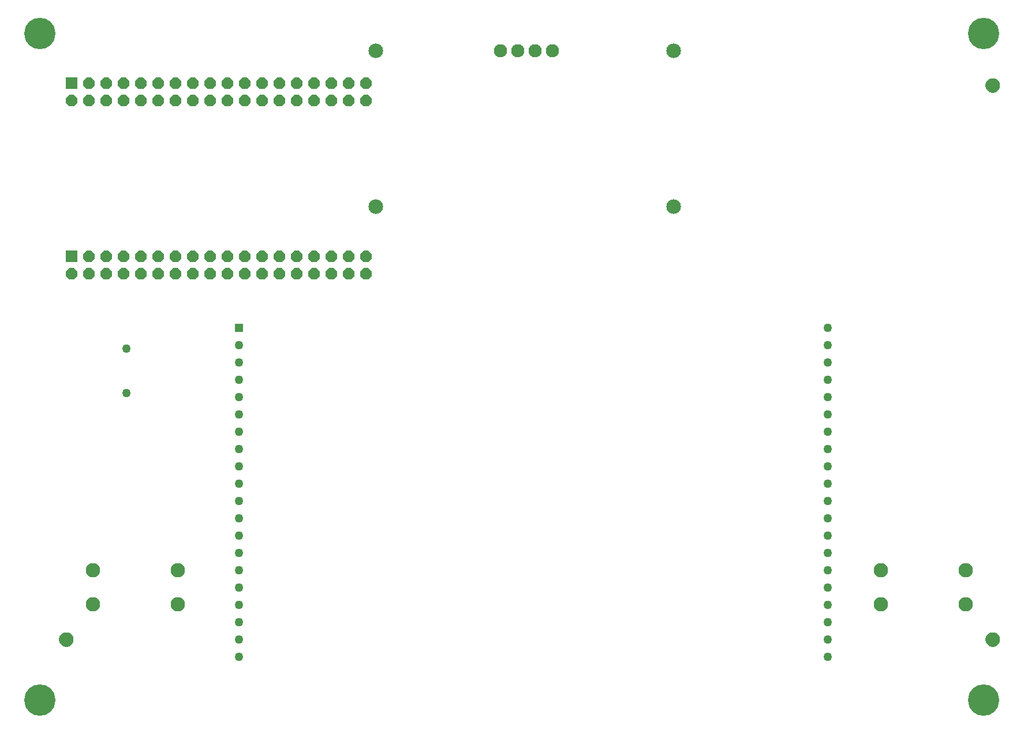
<source format=gbr>
G04 EAGLE Gerber RS-274X export*
G75*
%MOMM*%
%FSLAX34Y34*%
%LPD*%
%INSoldermask Bottom*%
%IPPOS*%
%AMOC8*
5,1,8,0,0,1.08239X$1,22.5*%
G01*
%ADD10C,2.152400*%
%ADD11C,1.930400*%
%ADD12C,1.272400*%
%ADD13C,0.609600*%
%ADD14C,1.168400*%
%ADD15C,4.597400*%
%ADD16R,1.676400X1.676400*%
%ADD17P,1.814519X8X22.500000*%
%ADD18C,2.112400*%
%ADD19R,1.272400X1.272400*%


D10*
X530860Y774700D03*
X967740Y774700D03*
X530860Y1003300D03*
X967740Y1003300D03*
D11*
X789940Y1003300D03*
X764540Y1003300D03*
X739140Y1003300D03*
X713740Y1003300D03*
D12*
X165100Y500900D03*
X165100Y565900D03*
D13*
X68580Y139700D02*
X68582Y139887D01*
X68589Y140074D01*
X68601Y140261D01*
X68617Y140447D01*
X68637Y140633D01*
X68662Y140818D01*
X68692Y141003D01*
X68726Y141187D01*
X68765Y141370D01*
X68808Y141552D01*
X68856Y141732D01*
X68908Y141912D01*
X68965Y142090D01*
X69025Y142267D01*
X69091Y142442D01*
X69160Y142616D01*
X69234Y142788D01*
X69312Y142958D01*
X69394Y143126D01*
X69480Y143292D01*
X69570Y143456D01*
X69664Y143617D01*
X69762Y143777D01*
X69864Y143933D01*
X69970Y144088D01*
X70080Y144239D01*
X70193Y144388D01*
X70310Y144534D01*
X70430Y144677D01*
X70554Y144817D01*
X70681Y144954D01*
X70812Y145088D01*
X70946Y145219D01*
X71083Y145346D01*
X71223Y145470D01*
X71366Y145590D01*
X71512Y145707D01*
X71661Y145820D01*
X71812Y145930D01*
X71967Y146036D01*
X72123Y146138D01*
X72283Y146236D01*
X72444Y146330D01*
X72608Y146420D01*
X72774Y146506D01*
X72942Y146588D01*
X73112Y146666D01*
X73284Y146740D01*
X73458Y146809D01*
X73633Y146875D01*
X73810Y146935D01*
X73988Y146992D01*
X74168Y147044D01*
X74348Y147092D01*
X74530Y147135D01*
X74713Y147174D01*
X74897Y147208D01*
X75082Y147238D01*
X75267Y147263D01*
X75453Y147283D01*
X75639Y147299D01*
X75826Y147311D01*
X76013Y147318D01*
X76200Y147320D01*
X76387Y147318D01*
X76574Y147311D01*
X76761Y147299D01*
X76947Y147283D01*
X77133Y147263D01*
X77318Y147238D01*
X77503Y147208D01*
X77687Y147174D01*
X77870Y147135D01*
X78052Y147092D01*
X78232Y147044D01*
X78412Y146992D01*
X78590Y146935D01*
X78767Y146875D01*
X78942Y146809D01*
X79116Y146740D01*
X79288Y146666D01*
X79458Y146588D01*
X79626Y146506D01*
X79792Y146420D01*
X79956Y146330D01*
X80117Y146236D01*
X80277Y146138D01*
X80433Y146036D01*
X80588Y145930D01*
X80739Y145820D01*
X80888Y145707D01*
X81034Y145590D01*
X81177Y145470D01*
X81317Y145346D01*
X81454Y145219D01*
X81588Y145088D01*
X81719Y144954D01*
X81846Y144817D01*
X81970Y144677D01*
X82090Y144534D01*
X82207Y144388D01*
X82320Y144239D01*
X82430Y144088D01*
X82536Y143933D01*
X82638Y143777D01*
X82736Y143617D01*
X82830Y143456D01*
X82920Y143292D01*
X83006Y143126D01*
X83088Y142958D01*
X83166Y142788D01*
X83240Y142616D01*
X83309Y142442D01*
X83375Y142267D01*
X83435Y142090D01*
X83492Y141912D01*
X83544Y141732D01*
X83592Y141552D01*
X83635Y141370D01*
X83674Y141187D01*
X83708Y141003D01*
X83738Y140818D01*
X83763Y140633D01*
X83783Y140447D01*
X83799Y140261D01*
X83811Y140074D01*
X83818Y139887D01*
X83820Y139700D01*
X83818Y139513D01*
X83811Y139326D01*
X83799Y139139D01*
X83783Y138953D01*
X83763Y138767D01*
X83738Y138582D01*
X83708Y138397D01*
X83674Y138213D01*
X83635Y138030D01*
X83592Y137848D01*
X83544Y137668D01*
X83492Y137488D01*
X83435Y137310D01*
X83375Y137133D01*
X83309Y136958D01*
X83240Y136784D01*
X83166Y136612D01*
X83088Y136442D01*
X83006Y136274D01*
X82920Y136108D01*
X82830Y135944D01*
X82736Y135783D01*
X82638Y135623D01*
X82536Y135467D01*
X82430Y135312D01*
X82320Y135161D01*
X82207Y135012D01*
X82090Y134866D01*
X81970Y134723D01*
X81846Y134583D01*
X81719Y134446D01*
X81588Y134312D01*
X81454Y134181D01*
X81317Y134054D01*
X81177Y133930D01*
X81034Y133810D01*
X80888Y133693D01*
X80739Y133580D01*
X80588Y133470D01*
X80433Y133364D01*
X80277Y133262D01*
X80117Y133164D01*
X79956Y133070D01*
X79792Y132980D01*
X79626Y132894D01*
X79458Y132812D01*
X79288Y132734D01*
X79116Y132660D01*
X78942Y132591D01*
X78767Y132525D01*
X78590Y132465D01*
X78412Y132408D01*
X78232Y132356D01*
X78052Y132308D01*
X77870Y132265D01*
X77687Y132226D01*
X77503Y132192D01*
X77318Y132162D01*
X77133Y132137D01*
X76947Y132117D01*
X76761Y132101D01*
X76574Y132089D01*
X76387Y132082D01*
X76200Y132080D01*
X76013Y132082D01*
X75826Y132089D01*
X75639Y132101D01*
X75453Y132117D01*
X75267Y132137D01*
X75082Y132162D01*
X74897Y132192D01*
X74713Y132226D01*
X74530Y132265D01*
X74348Y132308D01*
X74168Y132356D01*
X73988Y132408D01*
X73810Y132465D01*
X73633Y132525D01*
X73458Y132591D01*
X73284Y132660D01*
X73112Y132734D01*
X72942Y132812D01*
X72774Y132894D01*
X72608Y132980D01*
X72444Y133070D01*
X72283Y133164D01*
X72123Y133262D01*
X71967Y133364D01*
X71812Y133470D01*
X71661Y133580D01*
X71512Y133693D01*
X71366Y133810D01*
X71223Y133930D01*
X71083Y134054D01*
X70946Y134181D01*
X70812Y134312D01*
X70681Y134446D01*
X70554Y134583D01*
X70430Y134723D01*
X70310Y134866D01*
X70193Y135012D01*
X70080Y135161D01*
X69970Y135312D01*
X69864Y135467D01*
X69762Y135623D01*
X69664Y135783D01*
X69570Y135944D01*
X69480Y136108D01*
X69394Y136274D01*
X69312Y136442D01*
X69234Y136612D01*
X69160Y136784D01*
X69091Y136958D01*
X69025Y137133D01*
X68965Y137310D01*
X68908Y137488D01*
X68856Y137668D01*
X68808Y137848D01*
X68765Y138030D01*
X68726Y138213D01*
X68692Y138397D01*
X68662Y138582D01*
X68637Y138767D01*
X68617Y138953D01*
X68601Y139139D01*
X68589Y139326D01*
X68582Y139513D01*
X68580Y139700D01*
D14*
X76200Y139700D03*
D13*
X1427480Y139700D02*
X1427482Y139887D01*
X1427489Y140074D01*
X1427501Y140261D01*
X1427517Y140447D01*
X1427537Y140633D01*
X1427562Y140818D01*
X1427592Y141003D01*
X1427626Y141187D01*
X1427665Y141370D01*
X1427708Y141552D01*
X1427756Y141732D01*
X1427808Y141912D01*
X1427865Y142090D01*
X1427925Y142267D01*
X1427991Y142442D01*
X1428060Y142616D01*
X1428134Y142788D01*
X1428212Y142958D01*
X1428294Y143126D01*
X1428380Y143292D01*
X1428470Y143456D01*
X1428564Y143617D01*
X1428662Y143777D01*
X1428764Y143933D01*
X1428870Y144088D01*
X1428980Y144239D01*
X1429093Y144388D01*
X1429210Y144534D01*
X1429330Y144677D01*
X1429454Y144817D01*
X1429581Y144954D01*
X1429712Y145088D01*
X1429846Y145219D01*
X1429983Y145346D01*
X1430123Y145470D01*
X1430266Y145590D01*
X1430412Y145707D01*
X1430561Y145820D01*
X1430712Y145930D01*
X1430867Y146036D01*
X1431023Y146138D01*
X1431183Y146236D01*
X1431344Y146330D01*
X1431508Y146420D01*
X1431674Y146506D01*
X1431842Y146588D01*
X1432012Y146666D01*
X1432184Y146740D01*
X1432358Y146809D01*
X1432533Y146875D01*
X1432710Y146935D01*
X1432888Y146992D01*
X1433068Y147044D01*
X1433248Y147092D01*
X1433430Y147135D01*
X1433613Y147174D01*
X1433797Y147208D01*
X1433982Y147238D01*
X1434167Y147263D01*
X1434353Y147283D01*
X1434539Y147299D01*
X1434726Y147311D01*
X1434913Y147318D01*
X1435100Y147320D01*
X1435287Y147318D01*
X1435474Y147311D01*
X1435661Y147299D01*
X1435847Y147283D01*
X1436033Y147263D01*
X1436218Y147238D01*
X1436403Y147208D01*
X1436587Y147174D01*
X1436770Y147135D01*
X1436952Y147092D01*
X1437132Y147044D01*
X1437312Y146992D01*
X1437490Y146935D01*
X1437667Y146875D01*
X1437842Y146809D01*
X1438016Y146740D01*
X1438188Y146666D01*
X1438358Y146588D01*
X1438526Y146506D01*
X1438692Y146420D01*
X1438856Y146330D01*
X1439017Y146236D01*
X1439177Y146138D01*
X1439333Y146036D01*
X1439488Y145930D01*
X1439639Y145820D01*
X1439788Y145707D01*
X1439934Y145590D01*
X1440077Y145470D01*
X1440217Y145346D01*
X1440354Y145219D01*
X1440488Y145088D01*
X1440619Y144954D01*
X1440746Y144817D01*
X1440870Y144677D01*
X1440990Y144534D01*
X1441107Y144388D01*
X1441220Y144239D01*
X1441330Y144088D01*
X1441436Y143933D01*
X1441538Y143777D01*
X1441636Y143617D01*
X1441730Y143456D01*
X1441820Y143292D01*
X1441906Y143126D01*
X1441988Y142958D01*
X1442066Y142788D01*
X1442140Y142616D01*
X1442209Y142442D01*
X1442275Y142267D01*
X1442335Y142090D01*
X1442392Y141912D01*
X1442444Y141732D01*
X1442492Y141552D01*
X1442535Y141370D01*
X1442574Y141187D01*
X1442608Y141003D01*
X1442638Y140818D01*
X1442663Y140633D01*
X1442683Y140447D01*
X1442699Y140261D01*
X1442711Y140074D01*
X1442718Y139887D01*
X1442720Y139700D01*
X1442718Y139513D01*
X1442711Y139326D01*
X1442699Y139139D01*
X1442683Y138953D01*
X1442663Y138767D01*
X1442638Y138582D01*
X1442608Y138397D01*
X1442574Y138213D01*
X1442535Y138030D01*
X1442492Y137848D01*
X1442444Y137668D01*
X1442392Y137488D01*
X1442335Y137310D01*
X1442275Y137133D01*
X1442209Y136958D01*
X1442140Y136784D01*
X1442066Y136612D01*
X1441988Y136442D01*
X1441906Y136274D01*
X1441820Y136108D01*
X1441730Y135944D01*
X1441636Y135783D01*
X1441538Y135623D01*
X1441436Y135467D01*
X1441330Y135312D01*
X1441220Y135161D01*
X1441107Y135012D01*
X1440990Y134866D01*
X1440870Y134723D01*
X1440746Y134583D01*
X1440619Y134446D01*
X1440488Y134312D01*
X1440354Y134181D01*
X1440217Y134054D01*
X1440077Y133930D01*
X1439934Y133810D01*
X1439788Y133693D01*
X1439639Y133580D01*
X1439488Y133470D01*
X1439333Y133364D01*
X1439177Y133262D01*
X1439017Y133164D01*
X1438856Y133070D01*
X1438692Y132980D01*
X1438526Y132894D01*
X1438358Y132812D01*
X1438188Y132734D01*
X1438016Y132660D01*
X1437842Y132591D01*
X1437667Y132525D01*
X1437490Y132465D01*
X1437312Y132408D01*
X1437132Y132356D01*
X1436952Y132308D01*
X1436770Y132265D01*
X1436587Y132226D01*
X1436403Y132192D01*
X1436218Y132162D01*
X1436033Y132137D01*
X1435847Y132117D01*
X1435661Y132101D01*
X1435474Y132089D01*
X1435287Y132082D01*
X1435100Y132080D01*
X1434913Y132082D01*
X1434726Y132089D01*
X1434539Y132101D01*
X1434353Y132117D01*
X1434167Y132137D01*
X1433982Y132162D01*
X1433797Y132192D01*
X1433613Y132226D01*
X1433430Y132265D01*
X1433248Y132308D01*
X1433068Y132356D01*
X1432888Y132408D01*
X1432710Y132465D01*
X1432533Y132525D01*
X1432358Y132591D01*
X1432184Y132660D01*
X1432012Y132734D01*
X1431842Y132812D01*
X1431674Y132894D01*
X1431508Y132980D01*
X1431344Y133070D01*
X1431183Y133164D01*
X1431023Y133262D01*
X1430867Y133364D01*
X1430712Y133470D01*
X1430561Y133580D01*
X1430412Y133693D01*
X1430266Y133810D01*
X1430123Y133930D01*
X1429983Y134054D01*
X1429846Y134181D01*
X1429712Y134312D01*
X1429581Y134446D01*
X1429454Y134583D01*
X1429330Y134723D01*
X1429210Y134866D01*
X1429093Y135012D01*
X1428980Y135161D01*
X1428870Y135312D01*
X1428764Y135467D01*
X1428662Y135623D01*
X1428564Y135783D01*
X1428470Y135944D01*
X1428380Y136108D01*
X1428294Y136274D01*
X1428212Y136442D01*
X1428134Y136612D01*
X1428060Y136784D01*
X1427991Y136958D01*
X1427925Y137133D01*
X1427865Y137310D01*
X1427808Y137488D01*
X1427756Y137668D01*
X1427708Y137848D01*
X1427665Y138030D01*
X1427626Y138213D01*
X1427592Y138397D01*
X1427562Y138582D01*
X1427537Y138767D01*
X1427517Y138953D01*
X1427501Y139139D01*
X1427489Y139326D01*
X1427482Y139513D01*
X1427480Y139700D01*
D14*
X1435100Y139700D03*
D13*
X1427480Y952500D02*
X1427482Y952687D01*
X1427489Y952874D01*
X1427501Y953061D01*
X1427517Y953247D01*
X1427537Y953433D01*
X1427562Y953618D01*
X1427592Y953803D01*
X1427626Y953987D01*
X1427665Y954170D01*
X1427708Y954352D01*
X1427756Y954532D01*
X1427808Y954712D01*
X1427865Y954890D01*
X1427925Y955067D01*
X1427991Y955242D01*
X1428060Y955416D01*
X1428134Y955588D01*
X1428212Y955758D01*
X1428294Y955926D01*
X1428380Y956092D01*
X1428470Y956256D01*
X1428564Y956417D01*
X1428662Y956577D01*
X1428764Y956733D01*
X1428870Y956888D01*
X1428980Y957039D01*
X1429093Y957188D01*
X1429210Y957334D01*
X1429330Y957477D01*
X1429454Y957617D01*
X1429581Y957754D01*
X1429712Y957888D01*
X1429846Y958019D01*
X1429983Y958146D01*
X1430123Y958270D01*
X1430266Y958390D01*
X1430412Y958507D01*
X1430561Y958620D01*
X1430712Y958730D01*
X1430867Y958836D01*
X1431023Y958938D01*
X1431183Y959036D01*
X1431344Y959130D01*
X1431508Y959220D01*
X1431674Y959306D01*
X1431842Y959388D01*
X1432012Y959466D01*
X1432184Y959540D01*
X1432358Y959609D01*
X1432533Y959675D01*
X1432710Y959735D01*
X1432888Y959792D01*
X1433068Y959844D01*
X1433248Y959892D01*
X1433430Y959935D01*
X1433613Y959974D01*
X1433797Y960008D01*
X1433982Y960038D01*
X1434167Y960063D01*
X1434353Y960083D01*
X1434539Y960099D01*
X1434726Y960111D01*
X1434913Y960118D01*
X1435100Y960120D01*
X1435287Y960118D01*
X1435474Y960111D01*
X1435661Y960099D01*
X1435847Y960083D01*
X1436033Y960063D01*
X1436218Y960038D01*
X1436403Y960008D01*
X1436587Y959974D01*
X1436770Y959935D01*
X1436952Y959892D01*
X1437132Y959844D01*
X1437312Y959792D01*
X1437490Y959735D01*
X1437667Y959675D01*
X1437842Y959609D01*
X1438016Y959540D01*
X1438188Y959466D01*
X1438358Y959388D01*
X1438526Y959306D01*
X1438692Y959220D01*
X1438856Y959130D01*
X1439017Y959036D01*
X1439177Y958938D01*
X1439333Y958836D01*
X1439488Y958730D01*
X1439639Y958620D01*
X1439788Y958507D01*
X1439934Y958390D01*
X1440077Y958270D01*
X1440217Y958146D01*
X1440354Y958019D01*
X1440488Y957888D01*
X1440619Y957754D01*
X1440746Y957617D01*
X1440870Y957477D01*
X1440990Y957334D01*
X1441107Y957188D01*
X1441220Y957039D01*
X1441330Y956888D01*
X1441436Y956733D01*
X1441538Y956577D01*
X1441636Y956417D01*
X1441730Y956256D01*
X1441820Y956092D01*
X1441906Y955926D01*
X1441988Y955758D01*
X1442066Y955588D01*
X1442140Y955416D01*
X1442209Y955242D01*
X1442275Y955067D01*
X1442335Y954890D01*
X1442392Y954712D01*
X1442444Y954532D01*
X1442492Y954352D01*
X1442535Y954170D01*
X1442574Y953987D01*
X1442608Y953803D01*
X1442638Y953618D01*
X1442663Y953433D01*
X1442683Y953247D01*
X1442699Y953061D01*
X1442711Y952874D01*
X1442718Y952687D01*
X1442720Y952500D01*
X1442718Y952313D01*
X1442711Y952126D01*
X1442699Y951939D01*
X1442683Y951753D01*
X1442663Y951567D01*
X1442638Y951382D01*
X1442608Y951197D01*
X1442574Y951013D01*
X1442535Y950830D01*
X1442492Y950648D01*
X1442444Y950468D01*
X1442392Y950288D01*
X1442335Y950110D01*
X1442275Y949933D01*
X1442209Y949758D01*
X1442140Y949584D01*
X1442066Y949412D01*
X1441988Y949242D01*
X1441906Y949074D01*
X1441820Y948908D01*
X1441730Y948744D01*
X1441636Y948583D01*
X1441538Y948423D01*
X1441436Y948267D01*
X1441330Y948112D01*
X1441220Y947961D01*
X1441107Y947812D01*
X1440990Y947666D01*
X1440870Y947523D01*
X1440746Y947383D01*
X1440619Y947246D01*
X1440488Y947112D01*
X1440354Y946981D01*
X1440217Y946854D01*
X1440077Y946730D01*
X1439934Y946610D01*
X1439788Y946493D01*
X1439639Y946380D01*
X1439488Y946270D01*
X1439333Y946164D01*
X1439177Y946062D01*
X1439017Y945964D01*
X1438856Y945870D01*
X1438692Y945780D01*
X1438526Y945694D01*
X1438358Y945612D01*
X1438188Y945534D01*
X1438016Y945460D01*
X1437842Y945391D01*
X1437667Y945325D01*
X1437490Y945265D01*
X1437312Y945208D01*
X1437132Y945156D01*
X1436952Y945108D01*
X1436770Y945065D01*
X1436587Y945026D01*
X1436403Y944992D01*
X1436218Y944962D01*
X1436033Y944937D01*
X1435847Y944917D01*
X1435661Y944901D01*
X1435474Y944889D01*
X1435287Y944882D01*
X1435100Y944880D01*
X1434913Y944882D01*
X1434726Y944889D01*
X1434539Y944901D01*
X1434353Y944917D01*
X1434167Y944937D01*
X1433982Y944962D01*
X1433797Y944992D01*
X1433613Y945026D01*
X1433430Y945065D01*
X1433248Y945108D01*
X1433068Y945156D01*
X1432888Y945208D01*
X1432710Y945265D01*
X1432533Y945325D01*
X1432358Y945391D01*
X1432184Y945460D01*
X1432012Y945534D01*
X1431842Y945612D01*
X1431674Y945694D01*
X1431508Y945780D01*
X1431344Y945870D01*
X1431183Y945964D01*
X1431023Y946062D01*
X1430867Y946164D01*
X1430712Y946270D01*
X1430561Y946380D01*
X1430412Y946493D01*
X1430266Y946610D01*
X1430123Y946730D01*
X1429983Y946854D01*
X1429846Y946981D01*
X1429712Y947112D01*
X1429581Y947246D01*
X1429454Y947383D01*
X1429330Y947523D01*
X1429210Y947666D01*
X1429093Y947812D01*
X1428980Y947961D01*
X1428870Y948112D01*
X1428764Y948267D01*
X1428662Y948423D01*
X1428564Y948583D01*
X1428470Y948744D01*
X1428380Y948908D01*
X1428294Y949074D01*
X1428212Y949242D01*
X1428134Y949412D01*
X1428060Y949584D01*
X1427991Y949758D01*
X1427925Y949933D01*
X1427865Y950110D01*
X1427808Y950288D01*
X1427756Y950468D01*
X1427708Y950648D01*
X1427665Y950830D01*
X1427626Y951013D01*
X1427592Y951197D01*
X1427562Y951382D01*
X1427537Y951567D01*
X1427517Y951753D01*
X1427501Y951939D01*
X1427489Y952126D01*
X1427482Y952313D01*
X1427480Y952500D01*
D14*
X1435100Y952500D03*
D15*
X38100Y50800D03*
X38100Y1028700D03*
X1422400Y1028700D03*
X1422400Y50800D03*
D16*
X84500Y955300D03*
D17*
X84500Y929900D03*
X109900Y955300D03*
X109900Y929900D03*
X135300Y955300D03*
X135300Y929900D03*
X160700Y955300D03*
X160700Y929900D03*
X186100Y955300D03*
X186100Y929900D03*
X211500Y955300D03*
X211500Y929900D03*
X236900Y955300D03*
X236900Y929900D03*
X262300Y955300D03*
X262300Y929900D03*
X287700Y955300D03*
X287700Y929900D03*
X313100Y955300D03*
X313100Y929900D03*
X338500Y955300D03*
X338500Y929900D03*
X363900Y955300D03*
X363900Y929900D03*
X389300Y955300D03*
X389300Y929900D03*
X414700Y955300D03*
X414700Y929900D03*
X440100Y955300D03*
X440100Y929900D03*
X465500Y955300D03*
X465500Y929900D03*
X490900Y955300D03*
X490900Y929900D03*
X516300Y955300D03*
X516300Y929900D03*
D16*
X84500Y701300D03*
D17*
X84500Y675900D03*
X109900Y701300D03*
X109900Y675900D03*
X135300Y701300D03*
X135300Y675900D03*
X160700Y701300D03*
X160700Y675900D03*
X186100Y701300D03*
X186100Y675900D03*
X211500Y701300D03*
X211500Y675900D03*
X236900Y701300D03*
X236900Y675900D03*
X262300Y701300D03*
X262300Y675900D03*
X287700Y701300D03*
X287700Y675900D03*
X313100Y701300D03*
X313100Y675900D03*
X338500Y701300D03*
X338500Y675900D03*
X363900Y701300D03*
X363900Y675900D03*
X389300Y701300D03*
X389300Y675900D03*
X414700Y701300D03*
X414700Y675900D03*
X440100Y701300D03*
X440100Y675900D03*
X465500Y701300D03*
X465500Y675900D03*
X490900Y701300D03*
X490900Y675900D03*
X516300Y701300D03*
X516300Y675900D03*
D18*
X240300Y240900D03*
X240300Y190900D03*
X115300Y190900D03*
X115300Y240900D03*
X1396000Y240900D03*
X1396000Y190900D03*
X1271000Y190900D03*
X1271000Y240900D03*
D19*
X330200Y596900D03*
D12*
X330200Y571500D03*
X330200Y546100D03*
X330200Y520700D03*
X330200Y495300D03*
X330200Y469900D03*
X330200Y444500D03*
X330200Y419100D03*
X330200Y393700D03*
X330200Y368300D03*
X330200Y342900D03*
X330200Y317500D03*
X330200Y292100D03*
X330200Y266700D03*
X330200Y241300D03*
X330200Y215900D03*
X330200Y190500D03*
X330200Y165100D03*
X330200Y139700D03*
X330200Y114300D03*
X1193800Y596900D03*
X1193800Y571500D03*
X1193800Y546100D03*
X1193800Y520700D03*
X1193800Y495300D03*
X1193800Y469900D03*
X1193800Y444500D03*
X1193800Y419100D03*
X1193800Y393700D03*
X1193800Y368300D03*
X1193800Y342900D03*
X1193800Y317500D03*
X1193800Y292100D03*
X1193800Y266700D03*
X1193800Y241300D03*
X1193800Y215900D03*
X1193800Y190500D03*
X1193800Y165100D03*
X1193800Y139700D03*
X1193800Y114300D03*
M02*

</source>
